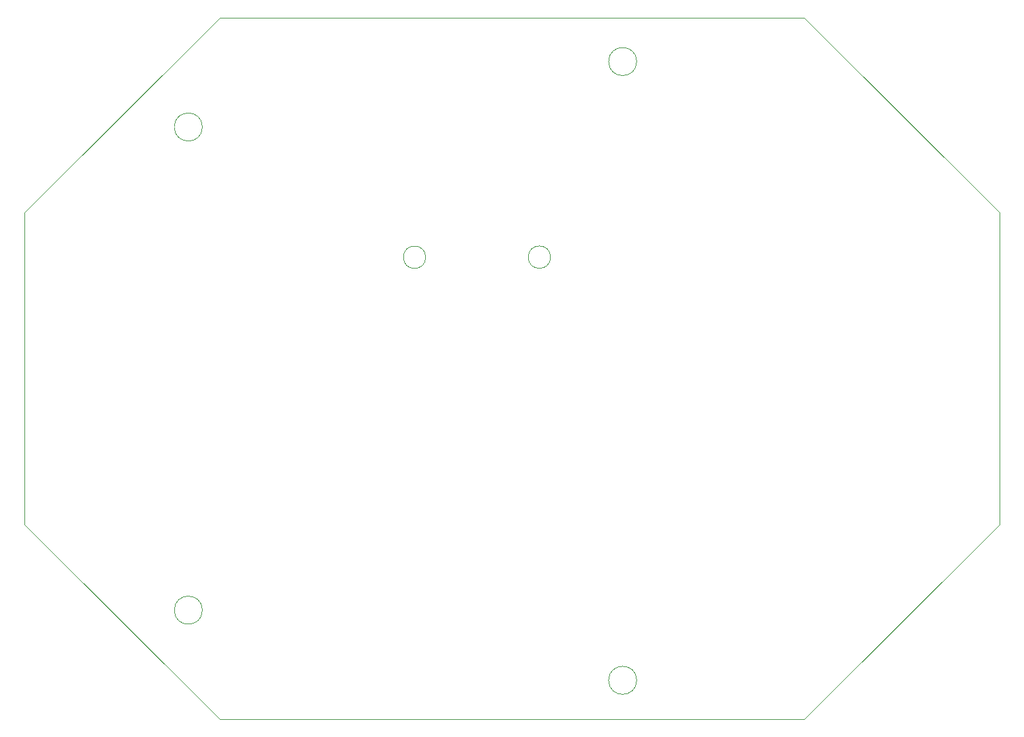
<source format=gbr>
%TF.GenerationSoftware,KiCad,Pcbnew,8.0.7*%
%TF.CreationDate,2025-07-10T17:57:33-04:00*%
%TF.ProjectId,_autosave-Hexapod V2,5f617574-6f73-4617-9665-2d4865786170,rev?*%
%TF.SameCoordinates,Original*%
%TF.FileFunction,Profile,NP*%
%FSLAX46Y46*%
G04 Gerber Fmt 4.6, Leading zero omitted, Abs format (unit mm)*
G04 Created by KiCad (PCBNEW 8.0.7) date 2025-07-10 17:57:33*
%MOMM*%
%LPD*%
G01*
G04 APERTURE LIST*
%TA.AperFunction,Profile*%
%ADD10C,0.050000*%
%TD*%
G04 APERTURE END LIST*
D10*
X107800000Y-121000000D02*
G75*
G02*
X104200000Y-121000000I-1800000J0D01*
G01*
X104200000Y-121000000D02*
G75*
G02*
X107800000Y-121000000I1800000J0D01*
G01*
X185000000Y-45000000D02*
X210000000Y-70000000D01*
X163500000Y-130000000D02*
G75*
G02*
X159900000Y-130000000I-1800000J0D01*
G01*
X159900000Y-130000000D02*
G75*
G02*
X163500000Y-130000000I1800000J0D01*
G01*
X110000000Y-135000000D02*
X85000000Y-110000000D01*
X107800000Y-59000000D02*
G75*
G02*
X104200000Y-59000000I-1800000J0D01*
G01*
X104200000Y-59000000D02*
G75*
G02*
X107800000Y-59000000I1800000J0D01*
G01*
X185000000Y-135000000D02*
X210000000Y-110000000D01*
X85000000Y-70000000D02*
X110000000Y-45000000D01*
X136446106Y-75720000D02*
G75*
G02*
X133573894Y-75720000I-1436106J0D01*
G01*
X133573894Y-75720000D02*
G75*
G02*
X136446106Y-75720000I1436106J0D01*
G01*
X210000000Y-70000000D02*
X210000000Y-110000000D01*
X110000000Y-45000000D02*
X185000000Y-45000000D01*
X110000000Y-135000000D02*
X185000000Y-135000000D01*
X85000000Y-110000000D02*
X85000000Y-70000000D01*
X152456106Y-75706105D02*
G75*
G02*
X149583894Y-75706105I-1436106J0D01*
G01*
X149583894Y-75706105D02*
G75*
G02*
X152456106Y-75706105I1436106J0D01*
G01*
X163500000Y-50600000D02*
G75*
G02*
X159900000Y-50600000I-1800000J0D01*
G01*
X159900000Y-50600000D02*
G75*
G02*
X163500000Y-50600000I1800000J0D01*
G01*
M02*

</source>
